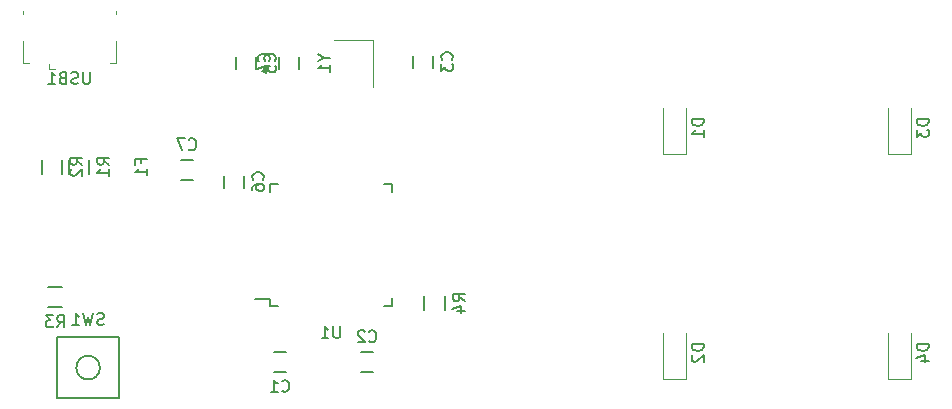
<source format=gbr>
G04 #@! TF.GenerationSoftware,KiCad,Pcbnew,(6.0.0-rc1-dev-1574-g3a1e66dba-dirty)*
G04 #@! TF.CreationDate,2019-01-27T21:49:17+01:00
G04 #@! TF.ProjectId,ai03_tutorial,61693033-5f74-4757-946f-7269616c2e6b,rev?*
G04 #@! TF.SameCoordinates,Original*
G04 #@! TF.FileFunction,Legend,Bot*
G04 #@! TF.FilePolarity,Positive*
%FSLAX46Y46*%
G04 Gerber Fmt 4.6, Leading zero omitted, Abs format (unit mm)*
G04 Created by KiCad (PCBNEW (6.0.0-rc1-dev-1574-g3a1e66dba-dirty)) date 2019 January 27, Sunday 21:49:17*
%MOMM*%
%LPD*%
G04 APERTURE LIST*
%ADD10C,0.150000*%
%ADD11C,0.120000*%
G04 APERTURE END LIST*
D10*
X113546000Y-104941000D02*
X114546000Y-104941000D01*
X114546000Y-106641000D02*
X113546000Y-106641000D01*
X120912000Y-104941000D02*
X121912000Y-104941000D01*
X121912000Y-106641000D02*
X120912000Y-106641000D01*
X113958000Y-81018000D02*
X113958000Y-80018000D01*
X115658000Y-80018000D02*
X115658000Y-81018000D01*
X110275000Y-81002000D02*
X110275000Y-80002000D01*
X111975000Y-80002000D02*
X111975000Y-81002000D01*
X110959000Y-90051000D02*
X110959000Y-91051000D01*
X109259000Y-91051000D02*
X109259000Y-90051000D01*
X105656000Y-88685000D02*
X106656000Y-88685000D01*
X106656000Y-90385000D02*
X105656000Y-90385000D01*
D11*
X148447000Y-88228000D02*
X146447000Y-88228000D01*
X146447000Y-88228000D02*
X146447000Y-84328000D01*
X148447000Y-88228000D02*
X148447000Y-84328000D01*
X148447000Y-107278000D02*
X146447000Y-107278000D01*
X146447000Y-107278000D02*
X146447000Y-103378000D01*
X148447000Y-107278000D02*
X148447000Y-103378000D01*
X167497000Y-88228000D02*
X167497000Y-84328000D01*
X165497000Y-88228000D02*
X165497000Y-84328000D01*
X167497000Y-88228000D02*
X165497000Y-88228000D01*
X167497000Y-107278000D02*
X167497000Y-103378000D01*
X165497000Y-107278000D02*
X165497000Y-103378000D01*
X167497000Y-107278000D02*
X165497000Y-107278000D01*
D10*
X96153000Y-88681000D02*
X96153000Y-89881000D01*
X97903000Y-89881000D02*
X97903000Y-88681000D01*
X95617000Y-89881000D02*
X95617000Y-88681000D01*
X93867000Y-88681000D02*
X93867000Y-89881000D01*
X94396000Y-101205000D02*
X95596000Y-101205000D01*
X95596000Y-99455000D02*
X94396000Y-99455000D01*
X126252000Y-100238000D02*
X126252000Y-101438000D01*
X128002000Y-101438000D02*
X128002000Y-100238000D01*
X98790000Y-106299000D02*
G75*
G03X98790000Y-106299000I-1000000J0D01*
G01*
X95190000Y-103699000D02*
X95190000Y-108899000D01*
X100390000Y-103699000D02*
X95190000Y-103699000D01*
X100390000Y-108899000D02*
X100390000Y-103699000D01*
X95190000Y-108899000D02*
X100390000Y-108899000D01*
X113189000Y-101060000D02*
X113189000Y-100485000D01*
X123539000Y-101060000D02*
X123539000Y-100385000D01*
X123539000Y-90710000D02*
X123539000Y-91385000D01*
X113189000Y-90710000D02*
X113189000Y-91385000D01*
X113189000Y-101060000D02*
X113864000Y-101060000D01*
X113189000Y-90710000D02*
X113864000Y-90710000D01*
X123539000Y-90710000D02*
X122864000Y-90710000D01*
X123539000Y-101060000D02*
X122864000Y-101060000D01*
X113189000Y-100485000D02*
X111914000Y-100485000D01*
D11*
X118619000Y-78518000D02*
X121919000Y-78518000D01*
X121919000Y-78518000D02*
X121919000Y-82518000D01*
D10*
X126961000Y-79891000D02*
X126961000Y-80891000D01*
X125261000Y-80891000D02*
X125261000Y-79891000D01*
D11*
X92310000Y-80470000D02*
X92760000Y-80470000D01*
X92310000Y-78620000D02*
X92310000Y-80470000D01*
X100110000Y-76070000D02*
X100110000Y-76320000D01*
X92310000Y-76070000D02*
X92310000Y-76320000D01*
X100110000Y-78620000D02*
X100110000Y-80470000D01*
X100110000Y-80470000D02*
X99660000Y-80470000D01*
X94510000Y-81020000D02*
X94960000Y-81020000D01*
X94510000Y-81020000D02*
X94510000Y-80570000D01*
D10*
X114212666Y-108248142D02*
X114260285Y-108295761D01*
X114403142Y-108343380D01*
X114498380Y-108343380D01*
X114641238Y-108295761D01*
X114736476Y-108200523D01*
X114784095Y-108105285D01*
X114831714Y-107914809D01*
X114831714Y-107771952D01*
X114784095Y-107581476D01*
X114736476Y-107486238D01*
X114641238Y-107391000D01*
X114498380Y-107343380D01*
X114403142Y-107343380D01*
X114260285Y-107391000D01*
X114212666Y-107438619D01*
X113260285Y-108343380D02*
X113831714Y-108343380D01*
X113546000Y-108343380D02*
X113546000Y-107343380D01*
X113641238Y-107486238D01*
X113736476Y-107581476D01*
X113831714Y-107629095D01*
X121578666Y-104048142D02*
X121626285Y-104095761D01*
X121769142Y-104143380D01*
X121864380Y-104143380D01*
X122007238Y-104095761D01*
X122102476Y-104000523D01*
X122150095Y-103905285D01*
X122197714Y-103714809D01*
X122197714Y-103571952D01*
X122150095Y-103381476D01*
X122102476Y-103286238D01*
X122007238Y-103191000D01*
X121864380Y-103143380D01*
X121769142Y-103143380D01*
X121626285Y-103191000D01*
X121578666Y-103238619D01*
X121197714Y-103238619D02*
X121150095Y-103191000D01*
X121054857Y-103143380D01*
X120816761Y-103143380D01*
X120721523Y-103191000D01*
X120673904Y-103238619D01*
X120626285Y-103333857D01*
X120626285Y-103429095D01*
X120673904Y-103571952D01*
X121245333Y-104143380D01*
X120626285Y-104143380D01*
X113065142Y-80351333D02*
X113112761Y-80303714D01*
X113160380Y-80160857D01*
X113160380Y-80065619D01*
X113112761Y-79922761D01*
X113017523Y-79827523D01*
X112922285Y-79779904D01*
X112731809Y-79732285D01*
X112588952Y-79732285D01*
X112398476Y-79779904D01*
X112303238Y-79827523D01*
X112208000Y-79922761D01*
X112160380Y-80065619D01*
X112160380Y-80160857D01*
X112208000Y-80303714D01*
X112255619Y-80351333D01*
X112493714Y-81208476D02*
X113160380Y-81208476D01*
X112112761Y-80970380D02*
X112827047Y-80732285D01*
X112827047Y-81351333D01*
X113582142Y-80335333D02*
X113629761Y-80287714D01*
X113677380Y-80144857D01*
X113677380Y-80049619D01*
X113629761Y-79906761D01*
X113534523Y-79811523D01*
X113439285Y-79763904D01*
X113248809Y-79716285D01*
X113105952Y-79716285D01*
X112915476Y-79763904D01*
X112820238Y-79811523D01*
X112725000Y-79906761D01*
X112677380Y-80049619D01*
X112677380Y-80144857D01*
X112725000Y-80287714D01*
X112772619Y-80335333D01*
X112677380Y-81240095D02*
X112677380Y-80763904D01*
X113153571Y-80716285D01*
X113105952Y-80763904D01*
X113058333Y-80859142D01*
X113058333Y-81097238D01*
X113105952Y-81192476D01*
X113153571Y-81240095D01*
X113248809Y-81287714D01*
X113486904Y-81287714D01*
X113582142Y-81240095D01*
X113629761Y-81192476D01*
X113677380Y-81097238D01*
X113677380Y-80859142D01*
X113629761Y-80763904D01*
X113582142Y-80716285D01*
X112566142Y-90384333D02*
X112613761Y-90336714D01*
X112661380Y-90193857D01*
X112661380Y-90098619D01*
X112613761Y-89955761D01*
X112518523Y-89860523D01*
X112423285Y-89812904D01*
X112232809Y-89765285D01*
X112089952Y-89765285D01*
X111899476Y-89812904D01*
X111804238Y-89860523D01*
X111709000Y-89955761D01*
X111661380Y-90098619D01*
X111661380Y-90193857D01*
X111709000Y-90336714D01*
X111756619Y-90384333D01*
X111661380Y-91241476D02*
X111661380Y-91051000D01*
X111709000Y-90955761D01*
X111756619Y-90908142D01*
X111899476Y-90812904D01*
X112089952Y-90765285D01*
X112470904Y-90765285D01*
X112566142Y-90812904D01*
X112613761Y-90860523D01*
X112661380Y-90955761D01*
X112661380Y-91146238D01*
X112613761Y-91241476D01*
X112566142Y-91289095D01*
X112470904Y-91336714D01*
X112232809Y-91336714D01*
X112137571Y-91289095D01*
X112089952Y-91241476D01*
X112042333Y-91146238D01*
X112042333Y-90955761D01*
X112089952Y-90860523D01*
X112137571Y-90812904D01*
X112232809Y-90765285D01*
X106322666Y-87792142D02*
X106370285Y-87839761D01*
X106513142Y-87887380D01*
X106608380Y-87887380D01*
X106751238Y-87839761D01*
X106846476Y-87744523D01*
X106894095Y-87649285D01*
X106941714Y-87458809D01*
X106941714Y-87315952D01*
X106894095Y-87125476D01*
X106846476Y-87030238D01*
X106751238Y-86935000D01*
X106608380Y-86887380D01*
X106513142Y-86887380D01*
X106370285Y-86935000D01*
X106322666Y-86982619D01*
X105989333Y-86887380D02*
X105322666Y-86887380D01*
X105751238Y-87887380D01*
X149899380Y-85239904D02*
X148899380Y-85239904D01*
X148899380Y-85478000D01*
X148947000Y-85620857D01*
X149042238Y-85716095D01*
X149137476Y-85763714D01*
X149327952Y-85811333D01*
X149470809Y-85811333D01*
X149661285Y-85763714D01*
X149756523Y-85716095D01*
X149851761Y-85620857D01*
X149899380Y-85478000D01*
X149899380Y-85239904D01*
X149899380Y-86763714D02*
X149899380Y-86192285D01*
X149899380Y-86478000D02*
X148899380Y-86478000D01*
X149042238Y-86382761D01*
X149137476Y-86287523D01*
X149185095Y-86192285D01*
X149899380Y-104289904D02*
X148899380Y-104289904D01*
X148899380Y-104528000D01*
X148947000Y-104670857D01*
X149042238Y-104766095D01*
X149137476Y-104813714D01*
X149327952Y-104861333D01*
X149470809Y-104861333D01*
X149661285Y-104813714D01*
X149756523Y-104766095D01*
X149851761Y-104670857D01*
X149899380Y-104528000D01*
X149899380Y-104289904D01*
X148994619Y-105242285D02*
X148947000Y-105289904D01*
X148899380Y-105385142D01*
X148899380Y-105623238D01*
X148947000Y-105718476D01*
X148994619Y-105766095D01*
X149089857Y-105813714D01*
X149185095Y-105813714D01*
X149327952Y-105766095D01*
X149899380Y-105194666D01*
X149899380Y-105813714D01*
X168949380Y-85239904D02*
X167949380Y-85239904D01*
X167949380Y-85478000D01*
X167997000Y-85620857D01*
X168092238Y-85716095D01*
X168187476Y-85763714D01*
X168377952Y-85811333D01*
X168520809Y-85811333D01*
X168711285Y-85763714D01*
X168806523Y-85716095D01*
X168901761Y-85620857D01*
X168949380Y-85478000D01*
X168949380Y-85239904D01*
X167949380Y-86144666D02*
X167949380Y-86763714D01*
X168330333Y-86430380D01*
X168330333Y-86573238D01*
X168377952Y-86668476D01*
X168425571Y-86716095D01*
X168520809Y-86763714D01*
X168758904Y-86763714D01*
X168854142Y-86716095D01*
X168901761Y-86668476D01*
X168949380Y-86573238D01*
X168949380Y-86287523D01*
X168901761Y-86192285D01*
X168854142Y-86144666D01*
X168949380Y-104289904D02*
X167949380Y-104289904D01*
X167949380Y-104528000D01*
X167997000Y-104670857D01*
X168092238Y-104766095D01*
X168187476Y-104813714D01*
X168377952Y-104861333D01*
X168520809Y-104861333D01*
X168711285Y-104813714D01*
X168806523Y-104766095D01*
X168901761Y-104670857D01*
X168949380Y-104528000D01*
X168949380Y-104289904D01*
X168282714Y-105718476D02*
X168949380Y-105718476D01*
X167901761Y-105480380D02*
X168616047Y-105242285D01*
X168616047Y-105861333D01*
X102247391Y-88980686D02*
X102247391Y-88647353D01*
X102771200Y-88647353D02*
X101771200Y-88647353D01*
X101771200Y-89123543D01*
X102771200Y-90028305D02*
X102771200Y-89456877D01*
X102771200Y-89742591D02*
X101771200Y-89742591D01*
X101914058Y-89647353D01*
X102009296Y-89552115D01*
X102056915Y-89456877D01*
X99580380Y-89114333D02*
X99104190Y-88781000D01*
X99580380Y-88542904D02*
X98580380Y-88542904D01*
X98580380Y-88923857D01*
X98628000Y-89019095D01*
X98675619Y-89066714D01*
X98770857Y-89114333D01*
X98913714Y-89114333D01*
X99008952Y-89066714D01*
X99056571Y-89019095D01*
X99104190Y-88923857D01*
X99104190Y-88542904D01*
X99580380Y-90066714D02*
X99580380Y-89495285D01*
X99580380Y-89781000D02*
X98580380Y-89781000D01*
X98723238Y-89685761D01*
X98818476Y-89590523D01*
X98866095Y-89495285D01*
X97294380Y-89114333D02*
X96818190Y-88781000D01*
X97294380Y-88542904D02*
X96294380Y-88542904D01*
X96294380Y-88923857D01*
X96342000Y-89019095D01*
X96389619Y-89066714D01*
X96484857Y-89114333D01*
X96627714Y-89114333D01*
X96722952Y-89066714D01*
X96770571Y-89019095D01*
X96818190Y-88923857D01*
X96818190Y-88542904D01*
X96389619Y-89495285D02*
X96342000Y-89542904D01*
X96294380Y-89638142D01*
X96294380Y-89876238D01*
X96342000Y-89971476D01*
X96389619Y-90019095D01*
X96484857Y-90066714D01*
X96580095Y-90066714D01*
X96722952Y-90019095D01*
X97294380Y-89447666D01*
X97294380Y-90066714D01*
X95162666Y-102882380D02*
X95496000Y-102406190D01*
X95734095Y-102882380D02*
X95734095Y-101882380D01*
X95353142Y-101882380D01*
X95257904Y-101930000D01*
X95210285Y-101977619D01*
X95162666Y-102072857D01*
X95162666Y-102215714D01*
X95210285Y-102310952D01*
X95257904Y-102358571D01*
X95353142Y-102406190D01*
X95734095Y-102406190D01*
X94829333Y-101882380D02*
X94210285Y-101882380D01*
X94543619Y-102263333D01*
X94400761Y-102263333D01*
X94305523Y-102310952D01*
X94257904Y-102358571D01*
X94210285Y-102453809D01*
X94210285Y-102691904D01*
X94257904Y-102787142D01*
X94305523Y-102834761D01*
X94400761Y-102882380D01*
X94686476Y-102882380D01*
X94781714Y-102834761D01*
X94829333Y-102787142D01*
X129679380Y-100671333D02*
X129203190Y-100338000D01*
X129679380Y-100099904D02*
X128679380Y-100099904D01*
X128679380Y-100480857D01*
X128727000Y-100576095D01*
X128774619Y-100623714D01*
X128869857Y-100671333D01*
X129012714Y-100671333D01*
X129107952Y-100623714D01*
X129155571Y-100576095D01*
X129203190Y-100480857D01*
X129203190Y-100099904D01*
X129012714Y-101528476D02*
X129679380Y-101528476D01*
X128631761Y-101290380D02*
X129346047Y-101052285D01*
X129346047Y-101671333D01*
X99123333Y-102639761D02*
X98980476Y-102687380D01*
X98742380Y-102687380D01*
X98647142Y-102639761D01*
X98599523Y-102592142D01*
X98551904Y-102496904D01*
X98551904Y-102401666D01*
X98599523Y-102306428D01*
X98647142Y-102258809D01*
X98742380Y-102211190D01*
X98932857Y-102163571D01*
X99028095Y-102115952D01*
X99075714Y-102068333D01*
X99123333Y-101973095D01*
X99123333Y-101877857D01*
X99075714Y-101782619D01*
X99028095Y-101735000D01*
X98932857Y-101687380D01*
X98694761Y-101687380D01*
X98551904Y-101735000D01*
X98218571Y-101687380D02*
X97980476Y-102687380D01*
X97790000Y-101973095D01*
X97599523Y-102687380D01*
X97361428Y-101687380D01*
X96456666Y-102687380D02*
X97028095Y-102687380D01*
X96742380Y-102687380D02*
X96742380Y-101687380D01*
X96837619Y-101830238D01*
X96932857Y-101925476D01*
X97028095Y-101973095D01*
X119125904Y-102787380D02*
X119125904Y-103596904D01*
X119078285Y-103692142D01*
X119030666Y-103739761D01*
X118935428Y-103787380D01*
X118744952Y-103787380D01*
X118649714Y-103739761D01*
X118602095Y-103692142D01*
X118554476Y-103596904D01*
X118554476Y-102787380D01*
X117554476Y-103787380D02*
X118125904Y-103787380D01*
X117840190Y-103787380D02*
X117840190Y-102787380D01*
X117935428Y-102930238D01*
X118030666Y-103025476D01*
X118125904Y-103073095D01*
X117795190Y-80041809D02*
X118271380Y-80041809D01*
X117271380Y-79708476D02*
X117795190Y-80041809D01*
X117271380Y-80375142D01*
X118271380Y-81232285D02*
X118271380Y-80660857D01*
X118271380Y-80946571D02*
X117271380Y-80946571D01*
X117414238Y-80851333D01*
X117509476Y-80756095D01*
X117557095Y-80660857D01*
X128568142Y-80224333D02*
X128615761Y-80176714D01*
X128663380Y-80033857D01*
X128663380Y-79938619D01*
X128615761Y-79795761D01*
X128520523Y-79700523D01*
X128425285Y-79652904D01*
X128234809Y-79605285D01*
X128091952Y-79605285D01*
X127901476Y-79652904D01*
X127806238Y-79700523D01*
X127711000Y-79795761D01*
X127663380Y-79938619D01*
X127663380Y-80033857D01*
X127711000Y-80176714D01*
X127758619Y-80224333D01*
X127663380Y-80557666D02*
X127663380Y-81176714D01*
X128044333Y-80843380D01*
X128044333Y-80986238D01*
X128091952Y-81081476D01*
X128139571Y-81129095D01*
X128234809Y-81176714D01*
X128472904Y-81176714D01*
X128568142Y-81129095D01*
X128615761Y-81081476D01*
X128663380Y-80986238D01*
X128663380Y-80700523D01*
X128615761Y-80605285D01*
X128568142Y-80557666D01*
X97948095Y-81272380D02*
X97948095Y-82081904D01*
X97900476Y-82177142D01*
X97852857Y-82224761D01*
X97757619Y-82272380D01*
X97567142Y-82272380D01*
X97471904Y-82224761D01*
X97424285Y-82177142D01*
X97376666Y-82081904D01*
X97376666Y-81272380D01*
X96948095Y-82224761D02*
X96805238Y-82272380D01*
X96567142Y-82272380D01*
X96471904Y-82224761D01*
X96424285Y-82177142D01*
X96376666Y-82081904D01*
X96376666Y-81986666D01*
X96424285Y-81891428D01*
X96471904Y-81843809D01*
X96567142Y-81796190D01*
X96757619Y-81748571D01*
X96852857Y-81700952D01*
X96900476Y-81653333D01*
X96948095Y-81558095D01*
X96948095Y-81462857D01*
X96900476Y-81367619D01*
X96852857Y-81320000D01*
X96757619Y-81272380D01*
X96519523Y-81272380D01*
X96376666Y-81320000D01*
X95614761Y-81748571D02*
X95471904Y-81796190D01*
X95424285Y-81843809D01*
X95376666Y-81939047D01*
X95376666Y-82081904D01*
X95424285Y-82177142D01*
X95471904Y-82224761D01*
X95567142Y-82272380D01*
X95948095Y-82272380D01*
X95948095Y-81272380D01*
X95614761Y-81272380D01*
X95519523Y-81320000D01*
X95471904Y-81367619D01*
X95424285Y-81462857D01*
X95424285Y-81558095D01*
X95471904Y-81653333D01*
X95519523Y-81700952D01*
X95614761Y-81748571D01*
X95948095Y-81748571D01*
X94424285Y-82272380D02*
X94995714Y-82272380D01*
X94710000Y-82272380D02*
X94710000Y-81272380D01*
X94805238Y-81415238D01*
X94900476Y-81510476D01*
X94995714Y-81558095D01*
M02*

</source>
